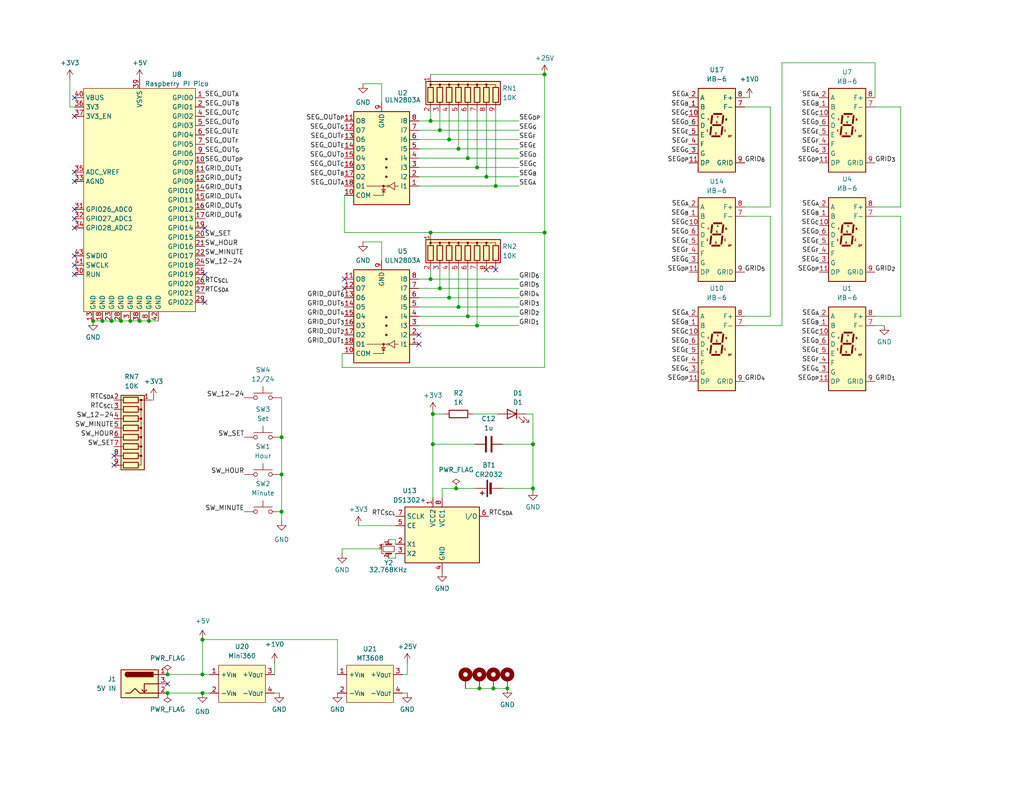
<source format=kicad_sch>
(kicad_sch (version 20231120) (generator "eeschema") (generator_version "8.0")
  (paper "A")
  (title_block (title "IV6 Thingie") (date "2024-11-03") (rev "Proto 1") (company "Dave Hamilton"))
  (lib_symbols
    (symbol "Connector:Barrel_Jack_Switch" (pin_names hide)
      (property "Reference" "J" (at 0 5.334 0))
      (property "Value" "Barrel_Jack_Switch" (at 0 -5.08 0))
      (symbol "Barrel_Jack_Switch_0_1"
        (rectangle (start -5.08 3.81) (end 5.08 -3.81) (stroke (width 0.254)) (fill (type background)))
        (arc (start -3.302 3.175) (mid -3.9343 2.54) (end -3.302 1.905) (stroke (width 0.254)))
        (arc (start -3.302 3.175) (mid -3.9343 2.54) (end -3.302 1.905) (stroke (width 0.254)) (fill (type outline)))
        (polyline (pts (xy 1.27 -2.286) (xy 1.905 -1.651)) (stroke (width 0.254)))
        (polyline (pts (xy 5.08 2.54) (xy 3.81 2.54)) (stroke (width 0.254)))
        (polyline (pts (xy 5.08 0) (xy 1.27 0) (xy 1.27 -2.286) (xy 0.635 -1.651)) (stroke (width 0.254)))
        (polyline (pts (xy -3.81 -2.54) (xy -2.54 -2.54) (xy -1.27 -1.27) (xy 0 -2.54) (xy 2.54 -2.54) (xy 5.08 -2.54)) (stroke (width 0.254)))
        (rectangle (start 3.683 3.175) (end -3.302 1.905) (stroke (width 0.254)) (fill (type outline)))
      )
      (symbol "Barrel_Jack_Switch_1_1"
        (pin passive line (at 7.62 2.54 180) (length 2.54) (name "~") (number "1"))
        (pin passive line (at 7.62 -2.54 180) (length 2.54) (name "~") (number "2"))
        (pin passive line (at 7.62 0 180) (length 2.54) (name "~") (number "3"))
      )
    )
    (symbol "Device:Battery_Cell" (pin_numbers hide) (pin_names (offset 0) hide)
      (property "Reference" "BT" (at 2.54 2.54 0))
      (property "Value" "Battery_Cell" (at 2.54 0 0))
      (symbol "Battery_Cell_0_1"
        (rectangle (start -2.286 1.778) (end 2.286 1.524) (fill (type outline)))
        (rectangle (start -1.524 1.016) (end 1.524 0.508) (fill (type outline)))
        (polyline (pts (xy 0 0.762) (xy 0 0)))
        (polyline (pts (xy 0 1.778) (xy 0 2.54)))
        (polyline (pts (xy 0.762 3.048) (xy 1.778 3.048)) (stroke (width 0.254)))
        (polyline (pts (xy 1.27 3.556) (xy 1.27 2.54)) (stroke (width 0.254)))
      )
      (symbol "Battery_Cell_1_1"
        (pin passive line (at 0 5.08 270) (length 2.54) (name "+") (number "1"))
        (pin passive line (at 0 -2.54 90) (length 2.54) (name "-") (number "2"))
      )
    )
    (symbol "Device:C" (pin_numbers hide) (pin_names (offset 0.254))
      (property "Reference" "C" (at 0.635 2.54 0))
      (property "Value" "C" (at 0.635 -2.54 0))
      (symbol "C_0_1"
        (polyline (pts (xy -2.032 -0.762) (xy 2.032 -0.762)) (stroke (width 0.508)))
        (polyline (pts (xy -2.032 0.762) (xy 2.032 0.762)) (stroke (width 0.508)))
      )
      (symbol "C_1_1"
        (pin passive line (at 0 3.81 270) (length 2.794) (name "~") (number "1"))
        (pin passive line (at 0 -3.81 90) (length 2.794) (name "~") (number "2"))
      )
    )
    (symbol "Device:Crystal_GND3_Small" (pin_names (offset 1.016) hide)
      (property "Reference" "Y" (at 0 5.08 0))
      (property "Value" "Crystal_GND3_Small" (at 0 3.175 0))
      (symbol "Crystal_GND3_Small_0_1"
        (rectangle (start -0.762 -1.524) (end 0.762 1.524))
        (polyline (pts (xy -1.27 -0.762) (xy -1.27 0.762)) (stroke (width 0.381)))
        (polyline (pts (xy 1.27 -0.762) (xy 1.27 0.762)) (stroke (width 0.381)))
        (polyline (pts (xy -1.27 -1.27) (xy -1.27 -1.905) (xy 1.27 -1.905) (xy 1.27 -1.27)))
      )
      (symbol "Crystal_GND3_Small_1_1"
        (pin passive line (at -2.54 0 0) (length 1.27) (name "1") (number "1"))
        (pin passive line (at 2.54 0 180) (length 1.27) (name "2") (number "2"))
        (pin passive line (at 0 -2.54 90) (length 0.635) (name "3") (number "3"))
      )
    )
    (symbol "Device:LED" (pin_numbers hide) (pin_names (offset 1.016) hide)
      (property "Reference" "D" (at 0 2.54 0))
      (property "Value" "LED" (at 0 -2.54 0))
      (symbol "LED_0_1"
        (polyline (pts (xy -1.27 -1.27) (xy -1.27 1.27)) (stroke (width 0.254)))
        (polyline (pts (xy -1.27 0) (xy 1.27 0)))
        (polyline (pts (xy 1.27 -1.27) (xy 1.27 1.27) (xy -1.27 0) (xy 1.27 -1.27)) (stroke (width 0.254)))
        (polyline (pts (xy -3.048 -0.762) (xy -4.572 -2.286) (xy -3.81 -2.286) (xy -4.572 -2.286) (xy -4.572 -1.524)))
        (polyline (pts (xy -1.778 -0.762) (xy -3.302 -2.286) (xy -2.54 -2.286) (xy -3.302 -2.286) (xy -3.302 -1.524)))
      )
      (symbol "LED_1_1"
        (pin passive line (at -3.81 0 0) (length 2.54) (name "K") (number "1"))
        (pin passive line (at 3.81 0 180) (length 2.54) (name "A") (number "2"))
      )
    )
    (symbol "Device:R" (pin_numbers hide) (pin_names (offset 0))
      (property "Reference" "R" (at 2.032 0 90))
      (property "Value" "R" (at 0 0 90))
      (symbol "R_0_1"
        (rectangle (start -1.016 -2.54) (end 1.016 2.54) (stroke (width 0.254)))
      )
      (symbol "R_1_1"
        (pin passive line (at 0 3.81 270) (length 1.27) (name "~") (number "1"))
        (pin passive line (at 0 -3.81 90) (length 1.27) (name "~") (number "2"))
      )
    )
    (symbol "Device:R_Network08" (pin_names (offset 0) hide)
      (property "Reference" "RN" (at -12.7 0 90))
      (property "Value" "R_Network08" (at 10.16 0 90))
      (symbol "R_Network08_0_1"
        (rectangle (start -11.43 -3.175) (end 8.89 3.175) (stroke (width 0.254)) (fill (type background)))
        (rectangle (start -10.922 1.524) (end -9.398 -2.54) (stroke (width 0.254)))
        (circle (center -10.16 2.286) (radius 0.254) (fill (type outline)))
        (rectangle (start -8.382 1.524) (end -6.858 -2.54) (stroke (width 0.254)))
        (circle (center -7.62 2.286) (radius 0.254) (fill (type outline)))
        (rectangle (start -5.842 1.524) (end -4.318 -2.54) (stroke (width 0.254)))
        (circle (center -5.08 2.286) (radius 0.254) (fill (type outline)))
        (rectangle (start -3.302 1.524) (end -1.778 -2.54) (stroke (width 0.254)))
        (circle (center -2.54 2.286) (radius 0.254) (fill (type outline)))
        (rectangle (start -0.762 1.524) (end 0.762 -2.54) (stroke (width 0.254)))
        (polyline (pts (xy -10.16 -2.54) (xy -10.16 -3.81)))
        (polyline (pts (xy -7.62 -2.54) (xy -7.62 -3.81)))
        (polyline (pts (xy -5.08 -2.54) (xy -5.08 -3.81)))
        (polyline (pts (xy -2.54 -2.54) (xy -2.54 -3.81)))
        (polyline (pts (xy 0 -2.54) (xy 0 -3.81)))
        (polyline (pts (xy 2.54 -2.54) (xy 2.54 -3.81)))
        (polyline (pts (xy 5.08 -2.54) (xy 5.08 -3.81)))
        (polyline (pts (xy 7.62 -2.54) (xy 7.62 -3.81)))
        (polyline (pts (xy -10.16 1.524) (xy -10.16 2.286) (xy -7.62 2.286) (xy -7.62 1.524)))
        (polyline (pts (xy -7.62 1.524) (xy -7.62 2.286) (xy -5.08 2.286) (xy -5.08 1.524)))
        (polyline (pts (xy -5.08 1.524) (xy -5.08 2.286) (xy -2.54 2.286) (xy -2.54 1.524)))
        (polyline (pts (xy -2.54 1.524) (xy -2.54 2.286) (xy 0 2.286) (xy 0 1.524)))
        (polyline (pts (xy 0 1.524) (xy 0 2.286) (xy 2.54 2.286) (xy 2.54 1.524)))
        (polyline (pts (xy 2.54 1.524) (xy 2.54 2.286) (xy 5.08 2.286) (xy 5.08 1.524)))
        (polyline (pts (xy 5.08 1.524) (xy 5.08 2.286) (xy 7.62 2.286) (xy 7.62 1.524)))
        (circle (center 0 2.286) (radius 0.254) (fill (type outline)))
        (rectangle (start 1.778 1.524) (end 3.302 -2.54) (stroke (width 0.254)))
        (circle (center 2.54 2.286) (radius 0.254) (fill (type outline)))
        (rectangle (start 4.318 1.524) (end 5.842 -2.54) (stroke (width 0.254)))
        (circle (center 5.08 2.286) (radius 0.254) (fill (type outline)))
        (rectangle (start 6.858 1.524) (end 8.382 -2.54) (stroke (width 0.254)))
      )
      (symbol "R_Network08_1_1"
        (pin passive line (at -10.16 5.08 270) (length 2.54) (name "common") (number "1"))
        (pin passive line (at -10.16 -5.08 90) (length 1.27) (name "R1") (number "2"))
        (pin passive line (at -7.62 -5.08 90) (length 1.27) (name "R2") (number "3"))
        (pin passive line (at -5.08 -5.08 90) (length 1.27) (name "R3") (number "4"))
        (pin passive line (at -2.54 -5.08 90) (length 1.27) (name "R4") (number "5"))
        (pin passive line (at 0 -5.08 90) (length 1.27) (name "R5") (number "6"))
        (pin passive line (at 2.54 -5.08 90) (length 1.27) (name "R6") (number "7"))
        (pin passive line (at 5.08 -5.08 90) (length 1.27) (name "R7") (number "8"))
        (pin passive line (at 7.62 -5.08 90) (length 1.27) (name "R8") (number "9"))
      )
    )
    (symbol "Mechanical:MountingHole_Pad" (pin_numbers hide) (pin_names (offset 1.016) hide) (exclude_from_sim yes) (in_bom no)
      (property "Reference" "H" (at 0 6.35 0))
      (property "Value" "MountingHole_Pad" (at 0 4.445 0))
      (symbol "MountingHole_Pad_0_1"
        (circle (center 0 1.27) (radius 1.27) (stroke (width 1.27)))
      )
      (symbol "MountingHole_Pad_1_1"
        (pin input line (at 0 -2.54 90) (length 2.54) (name "1") (number "1"))
      )
    )
    (symbol "Switch:SW_Push" (pin_numbers hide) (pin_names (offset 1.016) hide)
      (property "Reference" "SW" (at 1.27 2.54 0))
      (property "Value" "SW_Push" (at 0 -1.524 0))
      (symbol "SW_Push_0_1"
        (circle (center -2.032 0) (radius 0.508))
        (polyline (pts (xy 0 1.27) (xy 0 3.048)))
        (polyline (pts (xy 2.54 1.27) (xy -2.54 1.27)))
        (circle (center 2.032 0) (radius 0.508))
        (pin passive line (at -5.08 0 0) (length 2.54) (name "1") (number "1"))
        (pin passive line (at 5.08 0 180) (length 2.54) (name "2") (number "2"))
      )
    )
    (symbol "Symbols:+25V" (power) (pin_numbers hide) (pin_names (offset 0) hide)
      (property "Value" "+25V" (at 0 3.556 0))
      (symbol "+25V_0_1"
        (polyline (pts (xy -0.762 1.27) (xy 0 2.54)))
        (polyline (pts (xy 0 0) (xy 0 2.54)))
        (polyline (pts (xy 0 2.54) (xy 0.762 1.27)))
      )
      (symbol "+25V_1_1"
        (pin power_in line (at 0 0 90) (length 0) (name "~") (number "1"))
      )
    )
    (symbol "Symbols:IV-6"
      (property "Reference" "U" (at 0 3.048 0))
      (property "Value" "IV-6" (at 0 1.27 0))
      (symbol "IV-6_1_0"
        (text "A" (at 0.254 -7.747 0) (effects (font (size 0.508 0.508))))
        (text "B" (at 2.54 -8.509 0) (effects (font (size 0.508 0.508))))
        (text "C" (at 2.286 -11.557 0) (effects (font (size 0.508 0.508))))
        (text "D" (at -0.254 -12.319 0) (effects (font (size 0.508 0.508))))
        (text "DP" (at 3.556 -13.081 0) (effects (font (size 0.508 0.508))))
        (text "E" (at -2.54 -11.557 0) (effects (font (size 0.508 0.508))))
        (text "F" (at -2.286 -8.509 0) (effects (font (size 0.508 0.508))))
        (text "G" (at 0 -9.271 0) (effects (font (size 0.508 0.508))))
      )
      (symbol "IV-6_1_1"
        (rectangle (start -5.08 0) (end 5.08 -22.86) (stroke (width 0.254)) (fill (type background)))
        (polyline (pts (xy -1.524 -10.541) (xy -1.778 -12.573)) (stroke (width 0.508)))
        (polyline (pts (xy -1.27 -13.081) (xy 0.762 -13.081)) (stroke (width 0.508)))
        (polyline (pts (xy -1.27 -7.493) (xy -1.524 -9.525)) (stroke (width 0.508)))
        (polyline (pts (xy -1.016 -10.033) (xy 1.016 -10.033)) (stroke (width 0.508)))
        (polyline (pts (xy -0.762 -6.985) (xy 1.27 -6.985)) (stroke (width 0.508)))
        (polyline (pts (xy 1.524 -10.541) (xy 1.27 -12.573)) (stroke (width 0.508)))
        (polyline (pts (xy 1.778 -7.493) (xy 1.524 -9.525)) (stroke (width 0.508)))
        (polyline (pts (xy 2.54 -13.081) (xy 2.54 -13.081)) (stroke (width 0.508)))
        (pin input line (at -7.62 -5.08 0) (length 2.54) (name "B") (number "1"))
        (pin input line (at -7.62 -7.62 0) (length 2.54) (name "C") (number "10"))
        (pin input line (at -7.62 -20.32 0) (length 2.54) (name "DP") (number "11"))
        (pin input line (at -7.62 -2.54 0) (length 2.54) (name "A") (number "2"))
        (pin input line (at -7.62 -17.78 0) (length 2.54) (name "G") (number "3"))
        (pin input line (at -7.62 -15.24 0) (length 2.54) (name "F") (number "4"))
        (pin input line (at -7.62 -12.7 0) (length 2.54) (name "E") (number "5"))
        (pin input line (at -7.62 -10.16 0) (length 2.54) (name "D") (number "6"))
        (pin passive line (at 7.62 -5.08 180) (length 2.54) (name "F-") (number "7"))
        (pin passive line (at 7.62 -2.54 180) (length 2.54) (name "F+") (number "8"))
        (pin input line (at 7.62 -20.32 180) (length 2.54) (name "GRID") (number "9"))
      )
    )
    (symbol "Symbols:MT3608-Module"
      (property "Reference" "U" (at 0 3.81 0))
      (property "Value" "MT3608-Module" (at 0 1.27 0))
      (symbol "MT3608-Module_1_1"
        (rectangle (start -6.35 0) (end 6.35 -10.16) (fill (type background)))
        (pin power_in line (at -8.89 -2.54 0) (length 2.54) (name "+V_{IN}") (number "1"))
        (pin power_in line (at -8.89 -7.62 0) (length 2.54) (name "-V_{IN}") (number "2"))
        (pin power_out line (at 8.89 -2.54 180) (length 2.54) (name "+V_{OUT}") (number "3"))
        (pin passive line (at 8.89 -7.62 180) (length 2.54) (name "-V_{OUT}") (number "4"))
      )
    )
    (symbol "Symbols:Mini360"
      (property "Reference" "U" (at 0 3.81 0))
      (property "Value" "Mini360" (at 0 1.27 0))
      (symbol "Mini360_1_1"
        (rectangle (start -6.35 0) (end 6.35 -10.16) (fill (type background)))
        (pin power_in line (at -8.89 -2.54 0) (length 2.54) (name "+V_{IN}") (number "1"))
        (pin power_in line (at -8.89 -7.62 0) (length 2.54) (name "-V_{IN}") (number "2"))
        (pin power_out line (at 8.89 -2.54 180) (length 2.54) (name "+V_{OUT}") (number "3"))
        (pin passive line (at 8.89 -7.62 180) (length 2.54) (name "-V_{OUT}") (number "4"))
      )
    )
    (symbol "Symbols:Raspberry PI Pico"
      (property "Reference" "U" (at 15.24 29.972 0))
      (property "Value" "Raspberry PI Pico" (at 15.24 28.194 0))
      (symbol "Raspberry PI Pico_0_1"
        (rectangle (start -15.24 26.67) (end 15.24 -34.29) (fill (type background)))
      )
      (symbol "Raspberry PI Pico_1_1"
        (pin bidirectional line (at 17.78 24.13 180) (length 2.54) (name "GPIO0") (number "1"))
        (pin bidirectional line (at 17.78 6.35 180) (length 2.54) (name "GPIO7") (number "10"))
        (pin bidirectional line (at 17.78 3.81 180) (length 2.54) (name "GPIO8") (number "11"))
        (pin bidirectional line (at 17.78 1.27 180) (length 2.54) (name "GPIO9") (number "12"))
        (pin power_in line (at -12.7 -36.83 90) (length 2.54) (name "GND") (number "13"))
        (pin bidirectional line (at 17.78 -1.27 180) (length 2.54) (name "GPIO10") (number "14"))
        (pin bidirectional line (at 17.78 -3.81 180) (length 2.54) (name "GPIO11") (number "15"))
        (pin bidirectional line (at 17.78 -6.35 180) (length 2.54) (name "GPIO12") (number "16"))
        (pin bidirectional line (at 17.78 -8.89 180) (length 2.54) (name "GPIO13") (number "17"))
        (pin power_in line (at -10.16 -36.83 90) (length 2.54) (name "GND") (number "18"))
        (pin bidirectional line (at 17.78 -11.43 180) (length 2.54) (name "GPIO14") (number "19"))
        (pin bidirectional line (at 17.78 21.59 180) (length 2.54) (name "GPIO1") (number "2"))
        (pin bidirectional line (at 17.78 -13.97 180) (length 2.54) (name "GPIO15") (number "20"))
        (pin bidirectional line (at 17.78 -16.51 180) (length 2.54) (name "GPIO16") (number "21"))
        (pin bidirectional line (at 17.78 -19.05 180) (length 2.54) (name "GPIO17") (number "22"))
        (pin power_in line (at -7.62 -36.83 90) (length 2.54) (name "GND") (number "23"))
        (pin bidirectional line (at 17.78 -21.59 180) (length 2.54) (name "GPIO18") (number "24"))
        (pin bidirectional line (at 17.78 -24.13 180) (length 2.54) (name "GPIO19") (number "25"))
        (pin bidirectional line (at 17.78 -26.67 180) (length 2.54) (name "GPIO20") (number "26"))
        (pin bidirectional line (at 17.78 -29.21 180) (length 2.54) (name "GPIO21") (number "27"))
        (pin power_in line (at -5.08 -36.83 90) (length 2.54) (name "GND") (number "28"))
        (pin bidirectional line (at 17.78 -31.75 180) (length 2.54) (name "GPIO22") (number "29"))
        (pin power_in line (at -2.54 -36.83 90) (length 2.54) (name "GND") (number "3"))
        (pin input line (at -17.78 -24.13 0) (length 2.54) (name "RUN") (number "30"))
        (pin bidirectional line (at -17.78 -6.35 0) (length 2.54) (name "GPIO26_ADC0") (number "31"))
        (pin bidirectional line (at -17.78 -8.89 0) (length 2.54) (name "GPIO27_ADC1") (number "32"))
        (pin power_in line (at -17.78 1.27 0) (length 2.54) (name "AGND") (number "33"))
        (pin bidirectional line (at -17.78 -11.43 0) (length 2.54) (name "GPIO28_ADC2") (number "34"))
        (pin power_in line (at -17.78 3.81 0) (length 2.54) (name "ADC_VREF") (number "35"))
        (pin power_out line (at -17.78 21.59 0) (length 2.54) (name "3V3") (number "36"))
        (pin input line (at -17.78 19.05 0) (length 2.54) (name "3V3_EN") (number "37"))
        (pin power_in line (at 0 -36.83 90) (length 2.54) (name "GND") (number "38"))
        (pin power_in line (at 0 29.21 270) (length 2.54) (name "VSYS") (number "39"))
        (pin bidirectional line (at 17.78 19.05 180) (length 2.54) (name "GPIO2") (number "4"))
        (pin power_out line (at -17.78 24.13 0) (length 2.54) (name "VBUS") (number "40"))
        (pin input line (at -17.78 -21.59 0) (length 2.54) (name "SWCLK") (number "41"))
        (pin power_in line (at 5.08 -36.83 90) (length 2.54) (name "GND") (number "42"))
        (pin bidirectional line (at -17.78 -19.05 0) (length 2.54) (name "SWDIO") (number "43"))
        (pin bidirectional line (at 17.78 16.51 180) (length 2.54) (name "GPIO3") (number "5"))
        (pin bidirectional line (at 17.78 13.97 180) (length 2.54) (name "GPIO4") (number "6"))
        (pin bidirectional line (at 17.78 11.43 180) (length 2.54) (name "GPIO5") (number "7"))
        (pin power_in line (at 2.54 -36.83 90) (length 2.54) (name "GND") (number "8"))
        (pin bidirectional line (at 17.78 8.89 180) (length 2.54) (name "GPIO6") (number "9"))
      )
    )
    (symbol "Timer_RTC:DS1302+"
      (property "Reference" "U" (at -8.89 8.89 0))
      (property "Value" "DS1302+" (at 6.35 8.89 0))
      (symbol "DS1302+_1_1"
        (rectangle (start -10.16 7.62) (end 10.16 -7.62) (stroke (width 0.254)) (fill (type background)))
        (pin power_in line (at -2.54 10.16 270) (length 2.54) (name "VCC2") (number "1"))
        (pin input line (at -12.7 -2.54 0) (length 2.54) (name "X1") (number "2"))
        (pin input line (at -12.7 -5.08 0) (length 2.54) (name "X2") (number "3"))
        (pin power_in line (at 0 -10.16 90) (length 2.54) (name "GND") (number "4"))
        (pin input line (at -12.7 2.54 0) (length 2.54) (name "CE") (number "5"))
        (pin bidirectional line (at 12.7 5.08 180) (length 2.54) (name "I/O") (number "6"))
        (pin input line (at -12.7 5.08 0) (length 2.54) (name "SCLK") (number "7"))
        (pin power_in line (at 0 10.16 270) (length 2.54) (name "VCC1") (number "8"))
      )
    )
    (symbol "Transistor_Array:ULN2803A"
      (property "Reference" "U" (at 0 13.335 0))
      (property "Value" "ULN2803A" (at 0 11.43 0))
      (symbol "ULN2803A_0_1"
        (rectangle (start -7.62 -15.24) (end 7.62 10.16) (stroke (width 0.254)) (fill (type background)))
        (circle (center -1.778 5.08) (radius 0.254))
        (circle (center -1.27 -2.286) (radius 0.254) (fill (type outline)))
        (circle (center -1.27 0) (radius 0.254) (fill (type outline)))
        (circle (center -1.27 2.54) (radius 0.254) (fill (type outline)))
        (circle (center -0.508 5.08) (radius 0.254) (fill (type outline)))
        (polyline (pts (xy -4.572 5.08) (xy -3.556 5.08)))
        (polyline (pts (xy -1.524 5.08) (xy 4.064 5.08)))
        (polyline (pts (xy 0 6.731) (xy -1.016 6.731)))
        (polyline (pts (xy -0.508 5.08) (xy -0.508 7.62) (xy 2.286 7.62)))
        (polyline (pts (xy -3.556 6.096) (xy -3.556 4.064) (xy -2.032 5.08) (xy -3.556 6.096)))
        (polyline (pts (xy 0 5.969) (xy -1.016 5.969) (xy -0.508 6.731) (xy 0 5.969)))
      )
      (symbol "ULN2803A_1_1"
        (pin input line (at -10.16 5.08 0) (length 2.54) (name "I1") (number "1"))
        (pin passive line (at 10.16 7.62 180) (length 2.54) (name "COM") (number "10"))
        (pin open_collector line (at 10.16 -12.7 180) (length 2.54) (name "O8") (number "11"))
        (pin open_collector line (at 10.16 -10.16 180) (length 2.54) (name "O7") (number "12"))
        (pin open_collector line (at 10.16 -7.62 180) (length 2.54) (name "O6") (number "13"))
        (pin open_collector line (at 10.16 -5.08 180) (length 2.54) (name "O5") (number "14"))
        (pin open_collector line (at 10.16 -2.54 180) (length 2.54) (name "O4") (number "15"))
        (pin open_collector line (at 10.16 0 180) (length 2.54) (name "O3") (number "16"))
        (pin open_collector line (at 10.16 2.54 180) (length 2.54) (name "O2") (number "17"))
        (pin open_collector line (at 10.16 5.08 180) (length 2.54) (name "O1") (number "18"))
        (pin input line (at -10.16 2.54 0) (length 2.54) (name "I2") (number "2"))
        (pin input line (at -10.16 0 0) (length 2.54) (name "I3") (number "3"))
        (pin input line (at -10.16 -2.54 0) (length 2.54) (name "I4") (number "4"))
        (pin input line (at -10.16 -5.08 0) (length 2.54) (name "I5") (number "5"))
        (pin input line (at -10.16 -7.62 0) (length 2.54) (name "I6") (number "6"))
        (pin input line (at -10.16 -10.16 0) (length 2.54) (name "I7") (number "7"))
        (pin input line (at -10.16 -12.7 0) (length 2.54) (name "I8") (number "8"))
        (pin power_in line (at 0 -17.78 90) (length 2.54) (name "GND") (number "9"))
      )
    )
    (symbol "power:+1V0" (power) (pin_numbers hide) (pin_names (offset 0) hide)
      (property "Value" "+1V0" (at 0 3.556 0))
      (symbol "+1V0_0_1"
        (polyline (pts (xy -0.762 1.27) (xy 0 2.54)))
        (polyline (pts (xy 0 0) (xy 0 2.54)))
        (polyline (pts (xy 0 2.54) (xy 0.762 1.27)))
      )
      (symbol "+1V0_1_1"
        (pin power_in line (at 0 0 90) (length 0) (name "~") (number "1"))
      )
    )
    (symbol "power:+3V3" (power) (pin_numbers hide) (pin_names (offset 0) hide)
      (property "Value" "+3V3" (at 0 3.556 0))
      (symbol "+3V3_0_1"
        (polyline (pts (xy -0.762 1.27) (xy 0 2.54)))
        (polyline (pts (xy 0 0) (xy 0 2.54)))
        (polyline (pts (xy 0 2.54) (xy 0.762 1.27)))
      )
      (symbol "+3V3_1_1"
        (pin power_in line (at 0 0 90) (length 0) (name "~") (number "1"))
      )
    )
    (symbol "power:+5V" (power) (pin_numbers hide) (pin_names (offset 0) hide)
      (property "Value" "+5V" (at 0 3.556 0))
      (symbol "+5V_0_1"
        (polyline (pts (xy -0.762 1.27) (xy 0 2.54)))
        (polyline (pts (xy 0 0) (xy 0 2.54)))
        (polyline (pts (xy 0 2.54) (xy 0.762 1.27)))
      )
      (symbol "+5V_1_1"
        (pin power_in line (at 0 0 90) (length 0) (name "~") (number "1"))
      )
    )
    (symbol "power:GND" (power) (pin_numbers hide) (pin_names (offset 0) hide)
      (property "Value" "GND" (at 0 -3.81 0))
      (symbol "GND_0_1"
        (polyline (pts (xy 0 0) (xy 0 -1.27) (xy 1.27 -1.27) (xy 0 -2.54) (xy -1.27 -1.27) (xy 0 -1.27)))
      )
      (symbol "GND_1_1"
        (pin power_in line (at 0 0 270) (length 0) (name "~") (number "1"))
      )
    )
    (symbol "power:PWR_FLAG" (power) (pin_numbers hide) (pin_names (offset 0) hide)
      (property "Value" "PWR_FLAG" (at 0 3.81 0))
      (symbol "PWR_FLAG_0_0"
        (pin power_out line (at 0 0 90) (length 0) (name "~") (number "1"))
      )
      (symbol "PWR_FLAG_0_1"
        (polyline (pts (xy 0 0) (xy 0 1.27) (xy -1.016 1.905) (xy 0 2.54) (xy 1.016 1.905) (xy 0 1.27)))
      )
    )
  )
  (junction (at 145.415 121.285))
  (junction (at 76.835 139.7))
  (junction (at 38.1 87.63))
  (junction (at 117.475 33.02))
  (junction (at 120.015 35.56))
  (junction (at 27.94 87.63))
  (junction (at 117.475 63.5))
  (junction (at 130.175 45.72))
  (junction (at 125.095 40.64))
  (junction (at 117.475 76.2))
  (junction (at 122.555 81.28))
  (junction (at 130.175 88.9))
  (junction (at 122.555 38.1))
  (junction (at 45.72 189.23))
  (junction (at 148.59 63.5))
  (junction (at 76.835 119.38))
  (junction (at 25.4 87.63))
  (junction (at 118.11 121.285))
  (junction (at 33.02 87.63))
  (junction (at 127.635 86.36))
  (junction (at 130.81 187.96))
  (junction (at 76.835 129.54))
  (junction (at 145.415 133.35))
  (junction (at 55.245 189.23))
  (junction (at 138.43 187.96))
  (junction (at 40.64 87.63))
  (junction (at 124.46 133.35))
  (junction (at 127.635 43.18))
  (junction (at 45.72 184.15))
  (junction (at 35.56 87.63))
  (junction (at 135.255 50.8))
  (junction (at 132.715 48.26))
  (junction (at 55.245 184.15))
  (junction (at 30.48 87.63))
  (junction (at 148.59 20.32))
  (junction (at 55.245 174.625))
  (junction (at 134.62 187.96))
  (junction (at 125.095 83.82))
  (junction (at 120.015 78.74))
  (junction (at 118.11 113.03))
  (no_connect (at 93.98 76.2))
  (no_connect (at 20.32 62.23))
  (no_connect (at 93.98 78.74))
  (no_connect (at 55.88 82.55))
  (no_connect (at 114.3 93.98))
  (no_connect (at 31.115 124.46))
  (no_connect (at 20.32 46.99))
  (no_connect (at 20.32 69.85))
  (no_connect (at 20.32 57.15))
  (no_connect (at 20.32 49.53))
  (no_connect (at 132.715 73.66))
  (no_connect (at 45.72 186.69))
  (no_connect (at 20.32 26.67))
  (no_connect (at 20.32 59.69))
  (no_connect (at 31.115 127))
  (no_connect (at 114.3 91.44))
  (no_connect (at 55.88 62.23))
  (no_connect (at 20.32 74.93))
  (no_connect (at 135.255 73.66))
  (no_connect (at 20.32 31.75))
  (no_connect (at 20.32 72.39))
  (no_connect (at 55.88 74.93))
  (wire (pts (xy 55.245 174.625) (xy 55.245 184.15)))
  (wire (pts (xy 238.76 17.145) (xy 238.76 26.67)))
  (wire (pts (xy 127.635 43.18) (xy 141.605 43.18)))
  (wire (pts (xy 107.95 147.32) (xy 107.95 148.59)))
  (wire (pts (xy 93.345 100.33) (xy 93.345 96.52)))
  (wire (pts (xy 135.255 50.8) (xy 141.605 50.8)))
  (wire (pts (xy 76.835 108.585) (xy 76.835 119.38)))
  (wire (pts (xy 148.59 100.33) (xy 93.345 100.33)))
  (wire (pts (xy 125.095 83.82) (xy 141.605 83.82)))
  (wire (pts (xy 92.075 174.625) (xy 92.075 184.15)))
  (wire (pts (xy 118.11 112.395) (xy 118.11 113.03)))
  (wire (pts (xy 111.125 189.23) (xy 109.855 189.23)))
  (wire (pts (xy 93.345 96.52) (xy 93.98 96.52)))
  (wire (pts (xy 27.94 87.63) (xy 30.48 87.63)))
  (wire (pts (xy 118.11 121.285) (xy 118.11 135.89)))
  (wire (pts (xy 104.14 22.86) (xy 99.06 22.86)))
  (wire (pts (xy 106.045 147.32) (xy 107.95 147.32)))
  (wire (pts (xy 117.475 73.66) (xy 117.475 76.2)))
  (wire (pts (xy 130.81 187.96) (xy 134.62 187.96)))
  (wire (pts (xy 143.51 113.03) (xy 145.415 113.03)))
  (wire (pts (xy 129.54 121.285) (xy 118.11 121.285)))
  (wire (pts (xy 130.175 73.66) (xy 130.175 88.9)))
  (wire (pts (xy 120.015 35.56) (xy 141.605 35.56)))
  (wire (pts (xy 124.46 133.35) (xy 120.65 133.35)))
  (wire (pts (xy 117.475 33.02) (xy 141.605 33.02)))
  (wire (pts (xy 135.255 30.48) (xy 135.255 50.8)))
  (wire (pts (xy 40.64 87.63) (xy 43.18 87.63)))
  (wire (pts (xy 245.745 86.36) (xy 245.745 59.055)))
  (wire (pts (xy 122.555 30.48) (xy 122.555 38.1)))
  (wire (pts (xy 145.415 113.03) (xy 145.415 121.285)))
  (wire (pts (xy 148.59 63.5) (xy 148.59 100.33)))
  (wire (pts (xy 55.245 189.23) (xy 57.15 189.23)))
  (wire (pts (xy 238.76 86.36) (xy 245.745 86.36)))
  (wire (pts (xy 74.93 180.975) (xy 74.93 184.15)))
  (wire (pts (xy 55.245 174.625) (xy 92.075 174.625)))
  (wire (pts (xy 114.3 83.82) (xy 125.095 83.82)))
  (wire (pts (xy 210.185 86.36) (xy 210.185 59.055)))
  (wire (pts (xy 114.3 40.64) (xy 125.095 40.64)))
  (wire (pts (xy 122.555 73.66) (xy 122.555 81.28)))
  (wire (pts (xy 45.72 189.23) (xy 55.245 189.23)))
  (wire (pts (xy 125.095 40.64) (xy 141.605 40.64)))
  (wire (pts (xy 114.3 33.02) (xy 117.475 33.02)))
  (wire (pts (xy 35.56 87.63) (xy 38.1 87.63)))
  (wire (pts (xy 20.32 29.21) (xy 19.05 29.21)))
  (wire (pts (xy 76.835 139.7) (xy 76.835 142.24)))
  (wire (pts (xy 129.54 133.35) (xy 124.46 133.35)))
  (wire (pts (xy 107.95 143.51) (xy 97.79 143.51)))
  (wire (pts (xy 114.3 35.56) (xy 120.015 35.56)))
  (wire (pts (xy 114.3 38.1) (xy 122.555 38.1)))
  (wire (pts (xy 114.3 78.74) (xy 120.015 78.74)))
  (wire (pts (xy 245.745 56.515) (xy 245.745 29.21)))
  (wire (pts (xy 238.76 59.055) (xy 245.745 59.055)))
  (wire (pts (xy 41.275 109.22) (xy 41.91 109.22)))
  (wire (pts (xy 76.835 129.54) (xy 76.835 139.7)))
  (wire (pts (xy 19.05 29.21) (xy 19.05 21.59)))
  (wire (pts (xy 111.125 184.15) (xy 109.855 184.15)))
  (wire (pts (xy 33.02 87.63) (xy 35.56 87.63)))
  (wire (pts (xy 76.835 119.38) (xy 76.835 129.54)))
  (wire (pts (xy 118.11 113.03) (xy 118.11 121.285)))
  (wire (pts (xy 117.475 20.32) (xy 148.59 20.32)))
  (wire (pts (xy 114.3 81.28) (xy 122.555 81.28)))
  (wire (pts (xy 93.98 53.34) (xy 93.98 63.5)))
  (wire (pts (xy 210.185 56.515) (xy 210.185 29.21)))
  (wire (pts (xy 203.2 88.9) (xy 213.36 88.9)))
  (wire (pts (xy 134.62 187.96) (xy 138.43 187.96)))
  (wire (pts (xy 130.175 30.48) (xy 130.175 45.72)))
  (wire (pts (xy 120.015 73.66) (xy 120.015 78.74)))
  (wire (pts (xy 114.3 88.9) (xy 130.175 88.9)))
  (wire (pts (xy 203.2 86.36) (xy 210.185 86.36)))
  (wire (pts (xy 104.14 66.04) (xy 99.06 66.04)))
  (wire (pts (xy 137.16 121.285) (xy 145.415 121.285)))
  (wire (pts (xy 117.475 63.5) (xy 148.59 63.5)))
  (wire (pts (xy 25.4 87.63) (xy 27.94 87.63)))
  (wire (pts (xy 203.2 26.67) (xy 204.47 26.67)))
  (wire (pts (xy 121.285 113.03) (xy 118.11 113.03)))
  (wire (pts (xy 93.345 149.86) (xy 93.345 151.13)))
  (wire (pts (xy 111.125 180.975) (xy 111.125 184.15)))
  (wire (pts (xy 114.3 43.18) (xy 127.635 43.18)))
  (wire (pts (xy 114.3 48.26) (xy 132.715 48.26)))
  (wire (pts (xy 145.415 133.985) (xy 145.415 133.35)))
  (wire (pts (xy 213.36 17.145) (xy 238.76 17.145)))
  (wire (pts (xy 238.76 56.515) (xy 245.745 56.515)))
  (wire (pts (xy 45.72 184.15) (xy 55.245 184.15)))
  (wire (pts (xy 55.245 184.15) (xy 57.15 184.15)))
  (wire (pts (xy 114.3 45.72) (xy 130.175 45.72)))
  (wire (pts (xy 76.2 189.23) (xy 74.93 189.23)))
  (wire (pts (xy 132.715 30.48) (xy 132.715 48.26)))
  (wire (pts (xy 238.76 88.9) (xy 241.3 88.9)))
  (wire (pts (xy 238.76 29.21) (xy 245.745 29.21)))
  (wire (pts (xy 104.14 71.12) (xy 104.14 66.04)))
  (wire (pts (xy 117.475 30.48) (xy 117.475 33.02)))
  (wire (pts (xy 120.015 30.48) (xy 120.015 35.56)))
  (wire (pts (xy 93.98 63.5) (xy 117.475 63.5)))
  (wire (pts (xy 120.015 78.74) (xy 141.605 78.74)))
  (wire (pts (xy 114.3 76.2) (xy 117.475 76.2)))
  (wire (pts (xy 203.2 59.055) (xy 210.185 59.055)))
  (wire (pts (xy 127.635 30.48) (xy 127.635 43.18)))
  (wire (pts (xy 135.89 113.03) (xy 128.905 113.03)))
  (wire (pts (xy 114.3 86.36) (xy 127.635 86.36)))
  (wire (pts (xy 203.2 29.21) (xy 210.185 29.21)))
  (wire (pts (xy 132.715 48.26) (xy 141.605 48.26)))
  (wire (pts (xy 93.345 149.86) (xy 103.505 149.86)))
  (wire (pts (xy 145.415 121.285) (xy 145.415 133.35)))
  (wire (pts (xy 30.48 87.63) (xy 33.02 87.63)))
  (wire (pts (xy 122.555 38.1) (xy 141.605 38.1)))
  (wire (pts (xy 106.045 152.4) (xy 107.95 152.4)))
  (wire (pts (xy 130.175 45.72) (xy 141.605 45.72)))
  (wire (pts (xy 104.14 27.94) (xy 104.14 22.86)))
  (wire (pts (xy 130.175 88.9) (xy 141.605 88.9)))
  (wire (pts (xy 125.095 73.66) (xy 125.095 83.82)))
  (wire (pts (xy 127.635 86.36) (xy 141.605 86.36)))
  (wire (pts (xy 125.095 30.48) (xy 125.095 40.64)))
  (wire (pts (xy 117.475 76.2) (xy 141.605 76.2)))
  (wire (pts (xy 122.555 81.28) (xy 141.605 81.28)))
  (wire (pts (xy 114.3 50.8) (xy 135.255 50.8)))
  (wire (pts (xy 41.91 108.585) (xy 41.91 109.22)))
  (wire (pts (xy 120.65 133.35) (xy 120.65 135.89)))
  (wire (pts (xy 107.95 152.4) (xy 107.95 151.13)))
  (wire (pts (xy 127 187.96) (xy 130.81 187.96)))
  (wire (pts (xy 127.635 73.66) (xy 127.635 86.36)))
  (wire (pts (xy 137.16 133.35) (xy 145.415 133.35)))
  (wire (pts (xy 38.1 87.63) (xy 40.64 87.63)))
  (wire (pts (xy 148.59 63.5) (xy 148.59 20.32)))
  (wire (pts (xy 213.36 88.9) (xy 213.36 17.145)))
  (wire (pts (xy 203.2 56.515) (xy 210.185 56.515)))
  (label "SEG_{DP}" (at 223.52 74.295 180))
  (label "SEG_{G}" (at 141.605 35.56 0))
  (label "SEG_{DP}" (at 187.96 74.295 180))
  (label "SW_12-24" (at 55.88 72.39 0))
  (label "SEG_{F}" (at 223.52 99.06 180))
  (label "SEG_OUT_{B}" (at 93.98 48.26 180))
  (label "SEG_{E}" (at 141.605 40.64 0))
  (label "RTC_{SDA}" (at 55.88 80.01 0))
  (label "SW_12-24" (at 66.675 108.585 180))
  (label "GRID_OUT_{2}" (at 55.88 49.53 0))
  (label "SEG_{B}" (at 223.52 29.21 180))
  (label "GRID_{3}" (at 238.76 44.45 0))
  (label "SEG_{F}" (at 187.96 69.215 180))
  (label "RTC_{SCL}" (at 55.88 77.47 0))
  (label "GRID_OUT_{1}" (at 93.98 93.98 180))
  (label "SEG_{A}" (at 187.96 26.67 180))
  (label "GRID_OUT_{4}" (at 93.98 86.36 180))
  (label "SEG_{B}" (at 187.96 88.9 180))
  (label "SEG_{B}" (at 141.605 48.26 0))
  (label "SW_MINUTE" (at 55.88 69.85 0))
  (label "SEG_{G}" (at 187.96 71.755 180))
  (label "SEG_OUT_{C}" (at 55.88 31.75 0))
  (label "SEG_{D}" (at 141.605 43.18 0))
  (label "SEG_OUT_{D}" (at 55.88 34.29 0))
  (label "SW_12-24" (at 31.115 114.3 180))
  (label "SEG_{D}" (at 223.52 34.29 180))
  (label "SEG_OUT_{G}" (at 93.98 35.56 180))
  (label "SEG_{DP}" (at 223.52 44.45 180))
  (label "SEG_OUT_{G}" (at 55.88 41.91 0))
  (label "SEG_OUT_{D}" (at 93.98 43.18 180))
  (label "SEG_OUT_{DP}" (at 55.88 44.45 0))
  (label "SEG_{D}" (at 187.96 34.29 180))
  (label "SEG_{C}" (at 141.605 45.72 0))
  (label "SEG_{G}" (at 187.96 41.91 180))
  (label "SEG_{A}" (at 223.52 56.515 180))
  (label "GRID_OUT_{4}" (at 55.88 54.61 0))
  (label "SW_MINUTE" (at 66.675 139.7 180))
  (label "SEG_{C}" (at 223.52 61.595 180))
  (label "GRID_OUT_{3}" (at 93.98 88.9 180))
  (label "SEG_{C}" (at 223.52 31.75 180))
  (label "SEG_{E}" (at 187.96 96.52 180))
  (label "GRID_{4}" (at 141.605 81.28 0))
  (label "RTC_{SCL}" (at 31.115 111.76 180))
  (label "SEG_{F}" (at 141.605 38.1 0))
  (label "GRID_{5}" (at 203.2 74.295 0))
  (label "GRID_{6}" (at 203.2 44.45 0))
  (label "SEG_{A}" (at 223.52 86.36 180))
  (label "SW_HOUR" (at 66.675 129.54 180))
  (label "SEG_{DP}" (at 187.96 44.45 180))
  (label "SEG_{A}" (at 187.96 86.36 180))
  (label "GRID_{1}" (at 141.605 88.9 0))
  (label "SEG_{G}" (at 187.96 101.6 180))
  (label "SEG_{A}" (at 223.52 26.67 180))
  (label "SEG_{F}" (at 187.96 39.37 180))
  (label "GRID_OUT_{2}" (at 93.98 91.44 180))
  (label "SEG_{DP}" (at 223.52 104.14 180))
  (label "SEG_{A}" (at 187.96 56.515 180))
  (label "SEG_{C}" (at 187.96 31.75 180))
  (label "SEG_OUT_{A}" (at 55.88 26.67 0))
  (label "SEG_{D}" (at 187.96 93.98 180))
  (label "GRID_{3}" (at 141.605 83.82 0))
  (label "GRID_OUT_{1}" (at 55.88 46.99 0))
  (label "RTC_{SDA}" (at 133.35 140.97 0))
  (label "GRID_OUT_{6}" (at 93.98 81.28 180))
  (label "SW_SET" (at 31.115 121.92 180))
  (label "SEG_{D}" (at 223.52 64.135 180))
  (label "SEG_{D}" (at 223.52 93.98 180))
  (label "SEG_{E}" (at 187.96 66.675 180))
  (label "SEG_{F}" (at 223.52 69.215 180))
  (label "GRID_{4}" (at 203.2 104.14 0))
  (label "SEG_{C}" (at 187.96 61.595 180))
  (label "SEG_{E}" (at 223.52 36.83 180))
  (label "GRID_OUT_{5}" (at 55.88 57.15 0))
  (label "SEG_{E}" (at 223.52 96.52 180))
  (label "GRID_OUT_{5}" (at 93.98 83.82 180))
  (label "SEG_{C}" (at 187.96 91.44 180))
  (label "RTC_{SCL}" (at 107.95 140.97 180))
  (label "SW_SET" (at 55.88 64.77 0))
  (label "SEG_{DP}" (at 187.96 104.14 180))
  (label "SEG_{C}" (at 223.52 91.44 180))
  (label "GRID_OUT_{3}" (at 55.88 52.07 0))
  (label "SEG_{B}" (at 223.52 88.9 180))
  (label "SW_HOUR" (at 31.115 119.38 180))
  (label "GRID_{1}" (at 238.76 104.14 0))
  (label "RTC_{SDA}" (at 31.115 109.22 180))
  (label "SEG_{G}" (at 223.52 101.6 180))
  (label "SEG_OUT_{A}" (at 93.98 50.8 180))
  (label "SW_MINUTE" (at 31.115 116.84 180))
  (label "SW_HOUR" (at 55.88 67.31 0))
  (label "SEG_{DP}" (at 141.605 33.02 0))
  (label "SEG_{B}" (at 187.96 29.21 180))
  (label "SEG_OUT_{DP}" (at 93.98 33.02 180))
  (label "SEG_{G}" (at 223.52 41.91 180))
  (label "SEG_{E}" (at 187.96 36.83 180))
  (label "SEG_OUT_{C}" (at 93.98 45.72 180))
  (label "SEG_{F}" (at 187.96 99.06 180))
  (label "SEG_OUT_{F}" (at 93.98 38.1 180))
  (label "SEG_{G}" (at 223.52 71.755 180))
  (label "SEG_{B}" (at 187.96 59.055 180))
  (label "SW_SET" (at 66.675 119.38 180))
  (label "GRID_{6}" (at 141.605 76.2 0))
  (label "GRID_OUT_{6}" (at 55.88 59.69 0))
  (label "SEG_OUT_{E}" (at 93.98 40.64 180))
  (label "GRID_{2}" (at 238.76 74.295 0))
  (label "SEG_OUT_{E}" (at 55.88 36.83 0))
  (label "SEG_{D}" (at 187.96 64.135 180))
  (label "SEG_{A}" (at 141.605 50.8 0))
  (label "SEG_{E}" (at 223.52 66.675 180))
  (label "SEG_{B}" (at 223.52 59.055 180))
  (label "GRID_{2}" (at 141.605 86.36 0))
  (label "SEG_OUT_{B}" (at 55.88 29.21 0))
  (label "SEG_OUT_{F}" (at 55.88 39.37 0))
  (label "SEG_{F}" (at 223.52 39.37 180))
  (label "GRID_{5}" (at 141.605 78.74 0))
  (symbol (lib_id "Device:LED") (at 139.7 113.03 0) (mirror y) (unit 1)
    (property "Reference" "D1" (at 141.2875 107.315 0))
    (property "Value" "D1" (at 141.2875 109.855 0))
    (property "Footprint" "Local:LED_D3.0mm" (effects (hide yes)))
    (property "Description" "Light emitting diode" (effects (hide yes)))
  )
  (symbol (lib_id "Symbols:IV-6") (at 231.14 83.82 0) (unit 1)
    (property "Reference" "U1" (at 231.14 78.74 0))
    (property "Value" "ИВ-6" (at 231.14 81.28 0))
    (property "Footprint" "Local:IV-6" (effects (hide yes)))
  )
  (symbol (lib_id "power:GND") (at 145.415 133.985 0) (unit 1)
    (property "Reference" "#PWR020" (effects (hide yes)))
    (property "Value" "GND" (at 145.415 138.43 0))
    (property "Description" "Power symbol creates a global label with name \"GND\" , ground" (effects (hide yes)))
  )
  (symbol (lib_id "power:GND") (at 138.43 187.96 0) (unit 1)
    (property "Reference" "#PWR07" (effects (hide yes)))
    (property "Value" "GND" (at 138.43 192.405 0))
    (property "Description" "Power symbol creates a global label with name \"GND\" , ground" (effects (hide yes)))
  )
  (symbol (lib_id "Symbols:Raspberry PI Pico") (at 38.1 50.8 0) (unit 1)
    (property "Reference" "U8" (at 48.26 20.32 0))
    (property "Value" "Raspberry PI Pico" (at 48.26 22.86 0))
    (property "Footprint" "Local:RPi_Pico_SMD" (effects (hide yes)))
  )
  (symbol (lib_id "Mechanical:MountingHole_Pad") (at 138.43 185.42 0) (unit 1) (exclude_from_sim yes) (in_bom no)
    (property "Reference" "H4" (effects (hide yes)))
    (property "Footprint" "Local:MountingHole_3.2mm_M3_DIN965_Pad" (effects (hide yes)))
    (property "Description" "Mounting Hole with connection" (effects (hide yes)))
  )
  (symbol (lib_id "power:PWR_FLAG") (at 45.72 184.15 0) (unit 1)
    (property "Reference" "#FLG01" (effects (hide yes)))
    (property "Value" "PWR_FLAG" (at 45.72 179.705 0))
    (property "Description" "Special symbol for telling ERC where power comes from" (effects (hide yes)))
  )
  (symbol (lib_id "power:GND") (at 120.65 156.21 0) (unit 1)
    (property "Reference" "#PWR021" (effects (hide yes)))
    (property "Value" "GND" (at 120.65 160.655 0))
    (property "Description" "Power symbol creates a global label with name \"GND\" , ground" (effects (hide yes)))
  )
  (symbol (lib_id "Symbols:Mini360") (at 66.04 181.61 0) (unit 1)
    (property "Reference" "U20" (at 66.04 176.53 0))
    (property "Value" "Mini360" (at 66.04 179.07 0))
    (property "Footprint" "Local:Mini360-Module" (effects (hide yes)))
  )
  (symbol (lib_id "Transistor_Array:ULN2803A") (at 104.14 45.72 180) (unit 1)
    (property "Reference" "U2" (at 109.855 25.4 0))
    (property "Value" "ULN2803A" (at 109.855 27.305 0))
    (property "Footprint" "Local:DIP-18_W7.62mm" (effects (hide yes)))
    (property "Datasheet" "http://www.ti.com/lit/ds/symlink/uln2803a.pdf" (effects (hide yes)))
    (property "Description" "Darlington Transistor Arrays, SOIC18/DIP18" (effects (hide yes)))
  )
  (symbol (lib_id "Device:Battery_Cell") (at 134.62 133.35 90) (mirror x) (unit 1)
    (property "Reference" "BT1" (at 135.255 127 90) (effects (justify left)))
    (property "Value" "CR2032" (at 137.16 129.54 90) (effects (justify left)))
    (property "Footprint" "Local:BatteryHolder_Myoung_BS-02-Axxx006" (effects (hide yes)))
    (property "Description" "Single-cell battery" (effects (hide yes)))
  )
  (symbol (lib_id "Timer_RTC:DS1302+") (at 120.65 146.05 0) (unit 1)
    (property "Reference" "U13" (at 111.76 133.985 0))
    (property "Value" "DS1302+" (at 111.76 136.525 0))
    (property "Footprint" "Local:DIP-8_W7.62mm" (effects (hide yes)))
    (property "Datasheet" "https://datasheets.maximintegrated.com/en/ds/DS1302.pdf" (effects (hide yes)))
    (property "Description" "Trickle-Charge Timekeeping Chip, 2.0V to 5.5V VCC, 0°C to +70°C, DIP-8" (effects (hide yes)))
  )
  (symbol (lib_id "Mechanical:MountingHole_Pad") (at 127 185.42 0) (unit 1) (exclude_from_sim yes) (in_bom no)
    (property "Reference" "H1" (effects (hide yes)))
    (property "Footprint" "Local:MountingHole_3.2mm_M3_DIN965_Pad" (effects (hide yes)))
    (property "Description" "Mounting Hole with connection" (effects (hide yes)))
  )
  (symbol (lib_id "Device:R_Network08") (at 127.635 25.4 0) (unit 1)
    (property "Reference" "RN1" (at 139.065 24.13 0))
    (property "Value" "10K" (at 139.065 26.67 0))
    (property "Footprint" "Resistor_THT:R_Array_SIP9" (effects (hide yes)))
    (property "Datasheet" "http://www.vishay.com/docs/31509/csc.pdf" (effects (hide yes)))
    (property "Description" "8 resistor network, star topology, bussed resistors, small symbol" (effects (hide yes)))
  )
  (symbol (lib_id "Switch:SW_Push") (at 71.755 108.585 0) (mirror y) (unit 1)
    (property "Reference" "SW4" (at 71.755 100.965 0))
    (property "Value" "12/24" (at 71.755 103.505 0))
    (property "Footprint" "Local:SW_Tactile_SPST_Angled_PTS645Vx58-2LFS" (effects (hide yes)))
    (property "Description" "Push button switch, generic, two pins" (effects (hide yes)))
  )
  (symbol (lib_id "power:GND") (at 99.06 22.86 0) (unit 1)
    (property "Reference" "#PWR011" (effects (hide yes)))
    (property "Value" "GND" (at 99.06 27.94 0))
    (property "Description" "Power symbol creates a global label with name \"GND\" , ground" (effects (hide yes)))
  )
  (symbol (lib_id "Device:Crystal_GND3_Small") (at 106.045 149.86 270) (unit 1)
    (property "Reference" "Y2" (at 107.315 153.67 90) (effects (justify right)))
    (property "Value" "32.768KHz" (at 111.125 155.575 90) (effects (justify right)))
    (property "Footprint" "Local:Crystal_C26-LF_D2.1mm_L6.5mm_Horizontal_1EP_style2" (effects (hide yes)))
    (property "Description" "Three pin crystal, GND on pin 3, small symbol" (effects (hide yes)))
  )
  (symbol (lib_id "power:+1V0") (at 204.47 26.67 0) (unit 1)
    (property "Reference" "#PWR017" (effects (hide yes)))
    (property "Value" "+1V0" (at 204.47 21.59 0))
    (property "Description" "Power symbol creates a global label with name \"+1V0\"" (effects (hide yes)))
  )
  (symbol (lib_id "Device:R_Network08") (at 36.195 119.38 270) (unit 1)
    (property "Reference" "RN7" (at 35.941 102.87 90))
    (property "Value" "10K" (at 35.941 105.41 90))
    (property "Footprint" "Resistor_THT:R_Array_SIP9" (effects (hide yes)))
    (property "Datasheet" "http://www.vishay.com/docs/31509/csc.pdf" (effects (hide yes)))
    (property "Description" "8 resistor network, star topology, bussed resistors, small symbol" (effects (hide yes)))
  )
  (symbol (lib_id "Device:R_Network08") (at 127.635 68.58 0) (unit 1)
    (property "Reference" "RN2" (at 139.065 67.31 0))
    (property "Value" "10K" (at 139.065 69.85 0))
    (property "Footprint" "Resistor_THT:R_Array_SIP9" (effects (hide yes)))
    (property "Datasheet" "http://www.vishay.com/docs/31509/csc.pdf" (effects (hide yes)))
    (property "Description" "8 resistor network, star topology, bussed resistors, small symbol" (effects (hide yes)))
  )
  (symbol (lib_id "power:PWR_FLAG") (at 124.46 133.35 0) (unit 1)
    (property "Reference" "#FLG06" (effects (hide yes)))
    (property "Value" "PWR_FLAG" (at 124.46 128.27 0))
    (property "Description" "Special symbol for telling ERC where power comes from" (effects (hide yes)))
  )
  (symbol (lib_id "power:GND") (at 76.835 142.24 0) (mirror y) (unit 1)
    (property "Reference" "#PWR024" (effects (hide yes)))
    (property "Value" "GND" (at 76.835 147.32 0))
    (property "Description" "Power symbol creates a global label with name \"GND\" , ground" (effects (hide yes)))
  )
  (symbol (lib_id "power:+3V3") (at 19.05 21.59 0) (mirror y) (unit 1)
    (property "Reference" "#PWR012" (effects (hide yes)))
    (property "Value" "+3V3" (at 19.05 17.145 0))
    (property "Description" "Power symbol creates a global label with name \"+3V3\"" (effects (hide yes)))
  )
  (symbol (lib_id "Device:R") (at 125.095 113.03 90) (unit 1)
    (property "Reference" "R2" (at 125.095 107.315 90))
    (property "Value" "1K" (at 125.095 109.855 90))
    (property "Footprint" "Local:R_Axial_DIN0207_L6.3mm_D2.5mm_P7.62mm_Horizontal" (effects (hide yes)))
    (property "Description" "Resistor" (effects (hide yes)))
  )
  (symbol (lib_id "Device:C") (at 133.35 121.285 90) (mirror x) (unit 1)
    (property "Reference" "C12" (at 135.255 114.3 90) (effects (justify left)))
    (property "Value" "1u" (at 134.62 116.84 90) (effects (justify left)))
    (property "Footprint" "Local:C_Disc_D4.3mm_W1.9mm_P5.00mm" (effects (hide yes)))
    (property "Description" "Unpolarized capacitor" (effects (hide yes)))
  )
  (symbol (lib_id "power:GND") (at 241.3 88.9 0) (unit 1)
    (property "Reference" "#PWR03" (effects (hide yes)))
    (property "Value" "GND" (at 241.3 93.345 0))
    (property "Description" "Power symbol creates a global label with name \"GND\" , ground" (effects (hide yes)))
  )
  (symbol (lib_id "power:GND") (at 25.4 87.63 0) (unit 1)
    (property "Reference" "#PWR016" (effects (hide yes)))
    (property "Value" "GND" (at 25.4 92.075 0))
    (property "Description" "Power symbol creates a global label with name \"GND\" , ground" (effects (hide yes)))
  )
  (symbol (lib_id "Symbols:IV-6") (at 195.58 53.975 0) (unit 1)
    (property "Reference" "U14" (at 195.58 49.53 0))
    (property "Value" "ИВ-6" (at 195.58 52.07 0))
    (property "Footprint" "Local:IV-6" (effects (hide yes)))
  )
  (symbol (lib_id "power:GND") (at 93.345 151.13 0) (unit 1)
    (property "Reference" "#PWR022" (effects (hide yes)))
    (property "Value" "GND" (at 93.345 155.575 0))
    (property "Description" "Power symbol creates a global label with name \"GND\" , ground" (effects (hide yes)))
  )
  (symbol (lib_id "Symbols:+25V") (at 148.59 20.32 0) (unit 1)
    (property "Reference" "#PWR019" (effects (hide yes)))
    (property "Value" "+25V" (at 148.59 15.875 0))
    (property "Description" "Power symbol creates a global label with name \"+25V\"" (effects (hide yes)))
  )
  (symbol (lib_id "Symbols:IV-6") (at 195.58 83.82 0) (unit 1)
    (property "Reference" "U10" (at 195.58 78.74 0))
    (property "Value" "ИВ-6" (at 195.58 81.28 0))
    (property "Footprint" "Local:IV-6" (effects (hide yes)))
  )
  (symbol (lib_id "power:GND") (at 92.075 189.23 0) (unit 1)
    (property "Reference" "#PWR06" (effects (hide yes)))
    (property "Value" "GND" (at 92.075 193.675 0))
    (property "Description" "Power symbol creates a global label with name \"GND\" , ground" (effects (hide yes)))
  )
  (symbol (lib_id "Symbols:+25V") (at 111.125 180.975 0) (unit 1)
    (property "Reference" "#PWR023" (effects (hide yes)))
    (property "Value" "+25V" (at 111.125 176.53 0))
    (property "Description" "Power symbol creates a global label with name \"+25V\"" (effects (hide yes)))
  )
  (symbol (lib_id "Connector:Barrel_Jack_Switch") (at 38.1 186.69 0) (unit 1)
    (property "Reference" "J1" (at 31.75 185.4199 0) (effects (justify right)))
    (property "Value" "5V IN" (at 31.75 187.9599 0) (effects (justify right)))
    (property "Footprint" "Local:BarrelJack_Horizontal" (effects (hide yes)))
    (property "Description" "DC Barrel Jack with an internal switch" (effects (hide yes)))
  )
  (symbol (lib_id "power:PWR_FLAG") (at 45.72 189.23 180) (unit 1)
    (property "Reference" "#FLG02" (effects (hide yes)))
    (property "Value" "PWR_FLAG" (at 45.72 193.675 0))
    (property "Description" "Special symbol for telling ERC where power comes from" (effects (hide yes)))
  )
  (symbol (lib_id "Transistor_Array:ULN2803A") (at 104.14 88.9 180) (unit 1)
    (property "Reference" "U5" (at 109.855 68.58 0))
    (property "Value" "ULN2803A" (at 109.855 71.12 0))
    (property "Footprint" "Local:DIP-18_W7.62mm" (effects (hide yes)))
    (property "Datasheet" "http://www.ti.com/lit/ds/symlink/uln2803a.pdf" (effects (hide yes)))
    (property "Description" "Darlington Transistor Arrays, SOIC18/DIP18" (effects (hide yes)))
  )
  (symbol (lib_id "power:+3V3") (at 118.11 112.395 0) (mirror y) (unit 1)
    (property "Reference" "#PWR014" (effects (hide yes)))
    (property "Value" "+3V3" (at 118.11 107.95 0))
    (property "Description" "Power symbol creates a global label with name \"+3V3\"" (effects (hide yes)))
  )
  (symbol (lib_id "Switch:SW_Push") (at 71.755 139.7 0) (mirror y) (unit 1)
    (property "Reference" "SW2" (at 71.755 132.08 0))
    (property "Value" "Minute" (at 71.755 134.62 0))
    (property "Footprint" "Local:SW_Tactile_SPST_Angled_PTS645Vx58-2LFS" (effects (hide yes)))
    (property "Description" "Push button switch, generic, two pins" (effects (hide yes)))
  )
  (symbol (lib_id "power:GND") (at 76.2 189.23 0) (unit 1)
    (property "Reference" "#PWR04" (effects (hide yes)))
    (property "Value" "GND" (at 76.2 193.675 0))
    (property "Description" "Power symbol creates a global label with name \"GND\" , ground" (effects (hide yes)))
  )
  (symbol (lib_id "power:GND") (at 99.06 66.04 0) (unit 1)
    (property "Reference" "#PWR010" (effects (hide yes)))
    (property "Value" "GND" (at 99.06 71.12 0))
    (property "Description" "Power symbol creates a global label with name \"GND\" , ground" (effects (hide yes)))
  )
  (symbol (lib_id "Mechanical:MountingHole_Pad") (at 134.62 185.42 0) (unit 1) (exclude_from_sim yes) (in_bom no)
    (property "Reference" "H3" (effects (hide yes)))
    (property "Footprint" "Local:MountingHole_3.2mm_M3_DIN965_Pad" (effects (hide yes)))
    (property "Description" "Mounting Hole with connection" (effects (hide yes)))
  )
  (symbol (lib_id "Switch:SW_Push") (at 71.755 129.54 0) (mirror y) (unit 1)
    (property "Reference" "SW1" (at 71.755 121.92 0))
    (property "Value" "Hour" (at 71.755 124.46 0))
    (property "Footprint" "Local:SW_Tactile_SPST_Angled_PTS645Vx58-2LFS" (effects (hide yes)))
    (property "Description" "Push button switch, generic, two pins" (effects (hide yes)))
  )
  (symbol (lib_id "power:+3V3") (at 41.91 108.585 0) (mirror y) (unit 1)
    (property "Reference" "#PWR013" (effects (hide yes)))
    (property "Value" "+3V3" (at 41.91 104.14 0))
    (property "Description" "Power symbol creates a global label with name \"+3V3\"" (effects (hide yes)))
  )
  (symbol (lib_id "Switch:SW_Push") (at 71.755 119.38 0) (mirror y) (unit 1)
    (property "Reference" "SW3" (at 71.755 111.76 0))
    (property "Value" "Set" (at 71.755 114.3 0))
    (property "Footprint" "Local:SW_Tactile_SPST_Angled_PTS645Vx58-2LFS" (effects (hide yes)))
    (property "Description" "Push button switch, generic, two pins" (effects (hide yes)))
  )
  (symbol (lib_id "Symbols:MT3608-Module") (at 100.965 181.61 0) (unit 1)
    (property "Reference" "U21" (at 100.965 177.165 0))
    (property "Value" "MT3608" (at 100.965 179.705 0))
    (property "Footprint" "Local:MT3608-Module" (effects (hide yes)))
  )
  (symbol (lib_id "Symbols:IV-6") (at 231.14 53.975 0) (unit 1)
    (property "Reference" "U4" (at 231.14 48.895 0))
    (property "Value" "ИВ-6" (at 231.14 51.435 0))
    (property "Footprint" "Local:IV-6" (effects (hide yes)))
  )
  (symbol (lib_id "power:+5V") (at 38.1 21.59 0) (unit 1)
    (property "Reference" "#PWR015" (effects (hide yes)))
    (property "Value" "+5V" (at 38.1 17.145 0))
    (property "Description" "Power symbol creates a global label with name \"+5V\"" (effects (hide yes)))
  )
  (symbol (lib_id "power:GND") (at 55.245 189.23 0) (unit 1)
    (property "Reference" "#PWR02" (effects (hide yes)))
    (property "Value" "GND" (at 55.245 194.31 0))
    (property "Description" "Power symbol creates a global label with name \"GND\" , ground" (effects (hide yes)))
  )
  (symbol (lib_id "power:+5V") (at 55.245 174.625 0) (unit 1)
    (property "Reference" "#PWR01" (effects (hide yes)))
    (property "Value" "+5V" (at 55.245 169.545 0))
    (property "Description" "Power symbol creates a global label with name \"+5V\"" (effects (hide yes)))
  )
  (symbol (lib_id "power:+1V0") (at 74.93 180.975 0) (unit 1)
    (property "Reference" "#PWR018" (effects (hide yes)))
    (property "Value" "+1V0" (at 74.93 175.895 0))
    (property "Description" "Power symbol creates a global label with name \"+1V0\"" (effects (hide yes)))
  )
  (symbol (lib_id "Symbols:IV-6") (at 231.14 24.13 0) (unit 1)
    (property "Reference" "U7" (at 231.14 19.685 0))
    (property "Value" "ИВ-6" (at 231.14 22.225 0))
    (property "Footprint" "Local:IV-6" (effects (hide yes)))
  )
  (symbol (lib_id "power:+3V3") (at 97.79 143.51 0) (mirror y) (unit 1)
    (property "Reference" "#PWR05" (effects (hide yes)))
    (property "Value" "+3V3" (at 97.79 139.065 0))
    (property "Description" "Power symbol creates a global label with name \"+3V3\"" (effects (hide yes)))
  )
  (symbol (lib_id "Symbols:IV-6") (at 195.58 24.13 0) (unit 1)
    (property "Reference" "U17" (at 195.58 19.05 0))
    (property "Value" "ИВ-6" (at 195.58 21.59 0))
    (property "Footprint" "Local:IV-6" (effects (hide yes)))
  )
  (symbol (lib_id "Mechanical:MountingHole_Pad") (at 130.81 185.42 0) (unit 1) (exclude_from_sim yes) (in_bom no)
    (property "Reference" "H2" (effects (hide yes)))
    (property "Footprint" "Local:MountingHole_3.2mm_M3_DIN965_Pad" (effects (hide yes)))
    (property "Description" "Mounting Hole with connection" (effects (hide yes)))
  )
  (symbol (lib_id "power:GND") (at 111.125 189.23 0) (unit 1)
    (property "Reference" "#PWR08" (effects (hide yes)))
    (property "Value" "GND" (at 111.125 193.675 0))
    (property "Description" "Power symbol creates a global label with name \"GND\" , ground" (effects (hide yes)))
  )
)
</source>
